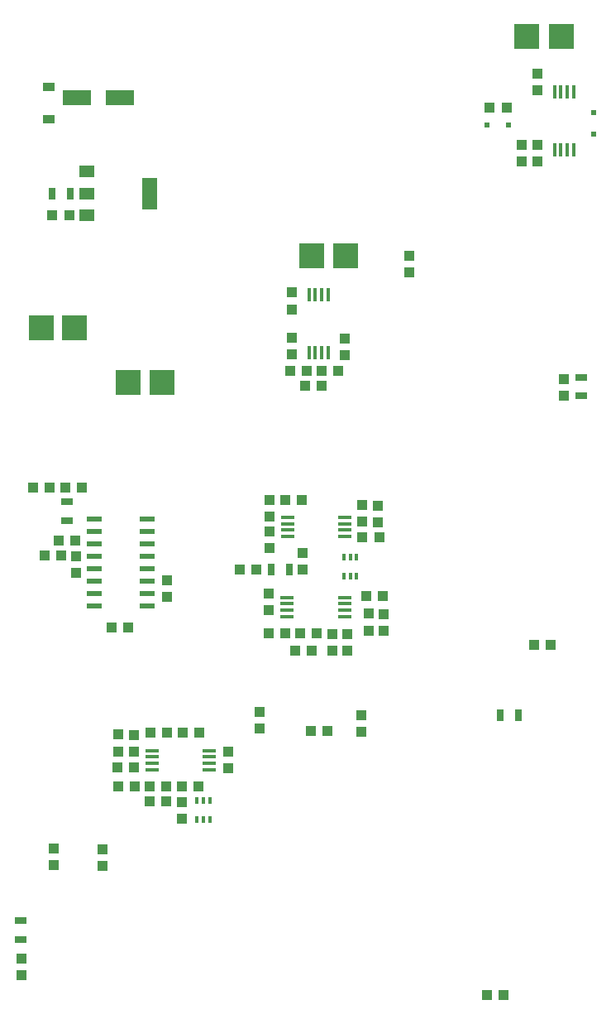
<source format=gbr>
G04 #@! TF.GenerationSoftware,KiCad,Pcbnew,(5.1.4-0-10_14)*
G04 #@! TF.CreationDate,2019-11-18T15:59:10-08:00*
G04 #@! TF.ProjectId,DS8,4453382e-6b69-4636-9164-5f7063625858,rev?*
G04 #@! TF.SameCoordinates,Original*
G04 #@! TF.FileFunction,Paste,Top*
G04 #@! TF.FilePolarity,Positive*
%FSLAX46Y46*%
G04 Gerber Fmt 4.6, Leading zero omitted, Abs format (unit mm)*
G04 Created by KiCad (PCBNEW (5.1.4-0-10_14)) date 2019-11-18 15:59:10*
%MOMM*%
%LPD*%
G04 APERTURE LIST*
%ADD10R,2.540000X2.540000*%
%ADD11R,0.400000X0.650000*%
%ADD12R,1.500000X3.300000*%
%ADD13R,1.500000X1.200000*%
%ADD14R,1.450000X0.450000*%
%ADD15R,0.450000X1.450000*%
%ADD16R,1.500000X0.600000*%
%ADD17R,1.000000X1.000000*%
%ADD18R,1.200000X0.900000*%
%ADD19R,0.500000X0.500000*%
%ADD20R,0.700000X1.300000*%
%ADD21R,3.000000X1.600000*%
%ADD22R,1.300000X0.700000*%
G04 APERTURE END LIST*
D10*
X13930000Y70440000D03*
X17450000Y70450000D03*
X5040000Y76090000D03*
X8480000Y76090000D03*
X36270000Y83460000D03*
X32730000Y83460000D03*
X54730000Y105860000D03*
X58310000Y105880000D03*
D11*
X21020000Y25790000D03*
X22320000Y25790000D03*
X21670000Y27690000D03*
X21670000Y25790000D03*
X22320000Y27690000D03*
X21020000Y27690000D03*
X37360000Y52570000D03*
X36060000Y52570000D03*
X36710000Y50670000D03*
X36710000Y52570000D03*
X36060000Y50670000D03*
X37360000Y50670000D03*
D12*
X16128000Y89788000D03*
D13*
X9728000Y87588000D03*
X9728000Y89788000D03*
X9728000Y92088000D03*
D14*
X22296000Y32827000D03*
X22296000Y32177000D03*
X22296000Y31527000D03*
X22296000Y30877000D03*
X16396000Y30877000D03*
X16396000Y31527000D03*
X16396000Y32177000D03*
X16396000Y32827000D03*
D15*
X32485000Y79410000D03*
X33135000Y79410000D03*
X33785000Y79410000D03*
X34435000Y79410000D03*
X34435000Y73510000D03*
X33785000Y73510000D03*
X33135000Y73510000D03*
X32485000Y73510000D03*
D14*
X36182000Y56683000D03*
X36182000Y56033000D03*
X36182000Y55383000D03*
X36182000Y54733000D03*
X30282000Y54733000D03*
X30282000Y55383000D03*
X30282000Y56033000D03*
X30282000Y56683000D03*
X36124000Y48483000D03*
X36124000Y47833000D03*
X36124000Y47183000D03*
X36124000Y46533000D03*
X30224000Y46533000D03*
X30224000Y47183000D03*
X30224000Y47833000D03*
X30224000Y48483000D03*
D15*
X57633000Y100162000D03*
X58283000Y100162000D03*
X58933000Y100162000D03*
X59583000Y100162000D03*
X59583000Y94262000D03*
X58933000Y94262000D03*
X58283000Y94262000D03*
X57633000Y94262000D03*
D16*
X15910000Y56515000D03*
X15910000Y55245000D03*
X15910000Y53975000D03*
X15910000Y52705000D03*
X15910000Y51435000D03*
X15910000Y50165000D03*
X15910000Y48895000D03*
X15910000Y47625000D03*
X10510000Y47625000D03*
X10510000Y48895000D03*
X10510000Y50165000D03*
X10510000Y51435000D03*
X10510000Y52705000D03*
X10510000Y53975000D03*
X10510000Y55245000D03*
X10510000Y56515000D03*
D17*
X39660000Y54680000D03*
X37960000Y54680000D03*
X37960000Y56230000D03*
X37960000Y57930000D03*
X32678000Y34798000D03*
X34378000Y34798000D03*
X37810000Y36450000D03*
X37810000Y34750000D03*
X32790000Y43080000D03*
X31090000Y43080000D03*
X27460000Y35070000D03*
X27460000Y36770000D03*
X30050000Y44830000D03*
X28350000Y44830000D03*
X31590000Y44820000D03*
X33290000Y44820000D03*
X28390000Y48910000D03*
X28390000Y47210000D03*
X34860000Y44750000D03*
X34860000Y43050000D03*
X42760000Y83450000D03*
X42760000Y81750000D03*
X9220000Y59760000D03*
X7520000Y59760000D03*
X27080000Y51300000D03*
X25380000Y51300000D03*
X36420000Y44770000D03*
X36420000Y43070000D03*
X19496000Y29154000D03*
X21196000Y29154000D03*
X17894000Y27630000D03*
X16194000Y27630000D03*
X16194000Y29154000D03*
X17894000Y29154000D03*
X40150000Y46800000D03*
X40150000Y45100000D03*
X28430000Y56740000D03*
X28430000Y58440000D03*
X28430000Y53500000D03*
X28430000Y55200000D03*
X52440000Y7850000D03*
X50740000Y7850000D03*
X12878000Y31134000D03*
X14578000Y31134000D03*
X4240000Y59760000D03*
X5940000Y59760000D03*
X19512000Y34646000D03*
X21212000Y34646000D03*
X30060000Y58430000D03*
X31760000Y58430000D03*
X12980000Y32752000D03*
X12980000Y34452000D03*
X57260000Y43620000D03*
X55560000Y43620000D03*
X31860000Y53010000D03*
X31860000Y51310000D03*
X54290000Y94750000D03*
X54290000Y93050000D03*
X6820000Y54310000D03*
X8520000Y54310000D03*
X3080000Y11550000D03*
X3080000Y9850000D03*
X35500000Y71670000D03*
X33800000Y71670000D03*
X5430000Y52740000D03*
X7130000Y52740000D03*
X55850000Y94760000D03*
X55850000Y93060000D03*
X30760000Y73310000D03*
X30760000Y75010000D03*
X58610000Y69140000D03*
X58610000Y70840000D03*
X52700000Y98610000D03*
X51000000Y98610000D03*
X33800000Y70110000D03*
X32100000Y70110000D03*
X8670000Y52730000D03*
X8670000Y51030000D03*
X12260000Y45420000D03*
X13960000Y45420000D03*
X32250000Y71690000D03*
X30550000Y71690000D03*
D18*
X5842000Y100710000D03*
X5842000Y97410000D03*
D19*
X52930000Y96770000D03*
X50730000Y96770000D03*
X61670000Y95860000D03*
X61670000Y98060000D03*
D17*
X55880000Y102040000D03*
X55880000Y100340000D03*
X40080000Y48640000D03*
X38380000Y48640000D03*
X24190000Y31020000D03*
X24190000Y32720000D03*
X30760000Y77960000D03*
X30760000Y79660000D03*
X39560000Y56180000D03*
X39560000Y57880000D03*
D20*
X8050000Y89800000D03*
X6150000Y89800000D03*
D17*
X6210000Y87580000D03*
X7910000Y87580000D03*
X17940000Y48560000D03*
X17940000Y50260000D03*
D21*
X13122000Y99568000D03*
X8722000Y99568000D03*
D17*
X19470000Y25870000D03*
X19470000Y27570000D03*
D20*
X28570000Y51320000D03*
X30470000Y51320000D03*
D17*
X38570000Y45110000D03*
X38570000Y46810000D03*
X14620000Y29150000D03*
X12920000Y29150000D03*
X16210000Y34646000D03*
X17910000Y34646000D03*
X6360000Y21070000D03*
X6360000Y22770000D03*
X11370000Y21010000D03*
X11370000Y22710000D03*
X14550000Y32742000D03*
X14550000Y34442000D03*
D22*
X7690000Y56340000D03*
X7690000Y58240000D03*
D17*
X36170000Y73270000D03*
X36170000Y74970000D03*
D20*
X52060000Y36430000D03*
X53960000Y36430000D03*
D22*
X2980000Y13510000D03*
X2980000Y15410000D03*
X60340000Y70990000D03*
X60340000Y69090000D03*
M02*

</source>
